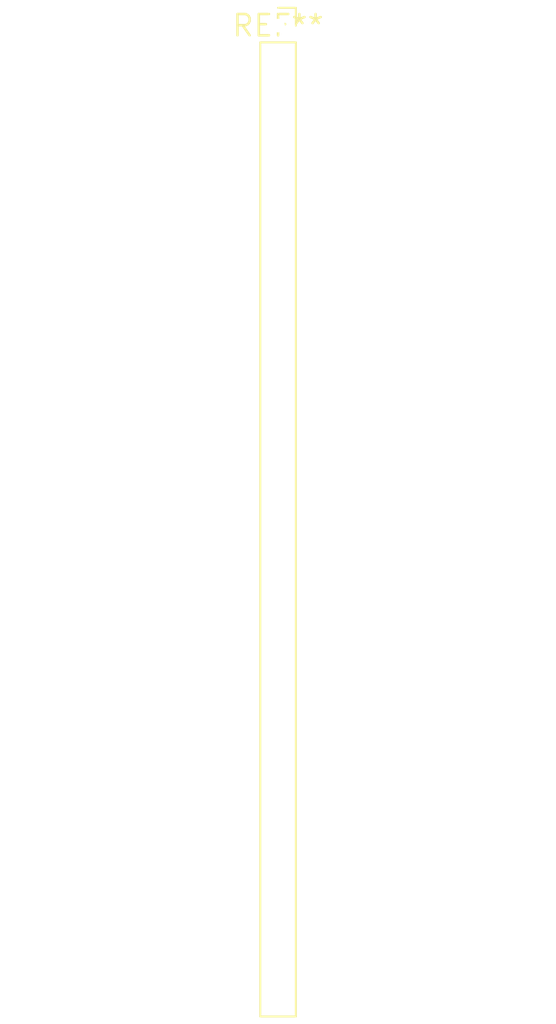
<source format=kicad_pcb>
(kicad_pcb (version 20240108) (generator pcbnew)
  (layers (0 "F.Cu" signal) (31 "B.Cu" signal) (34 "B.Paste" user) (35 "F.Paste" user) (36 "B.SilkS" user "B.Silkscreen") (37 "F.SilkS" user "F.Silkscreen") (38 "B.Mask" user) (39 "F.Mask" user) (44 "Edge.Cuts" user))
  (net 0 "")
  (footprint "PinSocket_1x30_P2.00mm_Vertical" (layer "F.Cu") (at 0 0)
    (property "Reference" "REF**")
    (property "Value" "PinSocket_1x30_P2.00mm_Vertical")
    (fp_line (start -1.06 1) (end -1.06 59.06) (layer "F.SilkS") (stroke (width 0.12)))
    (fp_line (start -1.06 1) (end 1.06 1) (layer "F.SilkS") (stroke (width 0.12)))
    (fp_line (start -1.06 59.06) (end 1.06 59.06) (layer "F.SilkS") (stroke (width 0.12)))
    (fp_line (start 0 -1.06) (end 1.06 -1.06) (layer "F.SilkS") (stroke (width 0.12)))
    (fp_line (start 1.06 -1.06) (end 1.06 0) (layer "F.SilkS") (stroke (width 0.12)))
    (fp_line (start 1.06 1) (end 1.06 59.06) (layer "F.SilkS") (stroke (width 0.12)))
    (pad "1" thru_hole rect (at 0 0) (size 1.35 1.35) (drill 0.8) (layers *.Cu *.Mask) (remove_unused_layers))
    (pad "2" thru_hole oval (at 0 2) (size 1.35 1.35) (drill 0.8) (layers *.Cu *.Mask) (remove_unused_layers))
    (pad "3" thru_hole oval (at 0 4) (size 1.35 1.35) (drill 0.8) (layers *.Cu *.Mask) (remove_unused_layers))
    (pad "4" thru_hole oval (at 0 6) (size 1.35 1.35) (drill 0.8) (layers *.Cu *.Mask) (remove_unused_layers))
    (pad "5" thru_hole oval (at 0 8) (size 1.35 1.35) (drill 0.8) (layers *.Cu *.Mask) (remove_unused_layers))
    (pad "6" thru_hole oval (at 0 10) (size 1.35 1.35) (drill 0.8) (layers *.Cu *.Mask) (remove_unused_layers))
    (pad "7" thru_hole oval (at 0 12) (size 1.35 1.35) (drill 0.8) (layers *.Cu *.Mask) (remove_unused_layers))
    (pad "8" thru_hole oval (at 0 14) (size 1.35 1.35) (drill 0.8) (layers *.Cu *.Mask) (remove_unused_layers))
    (pad "9" thru_hole oval (at 0 16) (size 1.35 1.35) (drill 0.8) (layers *.Cu *.Mask) (remove_unused_layers))
    (pad "10" thru_hole oval (at 0 18) (size 1.35 1.35) (drill 0.8) (layers *.Cu *.Mask) (remove_unused_layers))
    (pad "11" thru_hole oval (at 0 20) (size 1.35 1.35) (drill 0.8) (layers *.Cu *.Mask) (remove_unused_layers))
    (pad "12" thru_hole oval (at 0 22) (size 1.35 1.35) (drill 0.8) (layers *.Cu *.Mask) (remove_unused_layers))
    (pad "13" thru_hole oval (at 0 24) (size 1.35 1.35) (drill 0.8) (layers *.Cu *.Mask) (remove_unused_layers))
    (pad "14" thru_hole oval (at 0 26) (size 1.35 1.35) (drill 0.8) (layers *.Cu *.Mask) (remove_unused_layers))
    (pad "15" thru_hole oval (at 0 28) (size 1.35 1.35) (drill 0.8) (layers *.Cu *.Mask) (remove_unused_layers))
    (pad "16" thru_hole oval (at 0 30) (size 1.35 1.35) (drill 0.8) (layers *.Cu *.Mask) (remove_unused_layers))
    (pad "17" thru_hole oval (at 0 32) (size 1.35 1.35) (drill 0.8) (layers *.Cu *.Mask) (remove_unused_layers))
    (pad "18" thru_hole oval (at 0 34) (size 1.35 1.35) (drill 0.8) (layers *.Cu *.Mask) (remove_unused_layers))
    (pad "19" thru_hole oval (at 0 36) (size 1.35 1.35) (drill 0.8) (layers *.Cu *.Mask) (remove_unused_layers))
    (pad "20" thru_hole oval (at 0 38) (size 1.35 1.35) (drill 0.8) (layers *.Cu *.Mask) (remove_unused_layers))
    (pad "21" thru_hole oval (at 0 40) (size 1.35 1.35) (drill 0.8) (layers *.Cu *.Mask) (remove_unused_layers))
    (pad "22" thru_hole oval (at 0 42) (size 1.35 1.35) (drill 0.8) (layers *.Cu *.Mask) (remove_unused_layers))
    (pad "23" thru_hole oval (at 0 44) (size 1.35 1.35) (drill 0.8) (layers *.Cu *.Mask) (remove_unused_layers))
    (pad "24" thru_hole oval (at 0 46) (size 1.35 1.35) (drill 0.8) (layers *.Cu *.Mask) (remove_unused_layers))
    (pad "25" thru_hole oval (at 0 48) (size 1.35 1.35) (drill 0.8) (layers *.Cu *.Mask) (remove_unused_layers))
    (pad "26" thru_hole oval (at 0 50) (size 1.35 1.35) (drill 0.8) (layers *.Cu *.Mask) (remove_unused_layers))
    (pad "27" thru_hole oval (at 0 52) (size 1.35 1.35) (drill 0.8) (layers *.Cu *.Mask) (remove_unused_layers))
    (pad "28" thru_hole oval (at 0 54) (size 1.35 1.35) (drill 0.8) (layers *.Cu *.Mask) (remove_unused_layers))
    (pad "29" thru_hole oval (at 0 56) (size 1.35 1.35) (drill 0.8) (layers *.Cu *.Mask) (remove_unused_layers))
    (pad "30" thru_hole oval (at 0 58) (size 1.35 1.35) (drill 0.8) (layers *.Cu *.Mask) (remove_unused_layers))
  )
)
</source>
